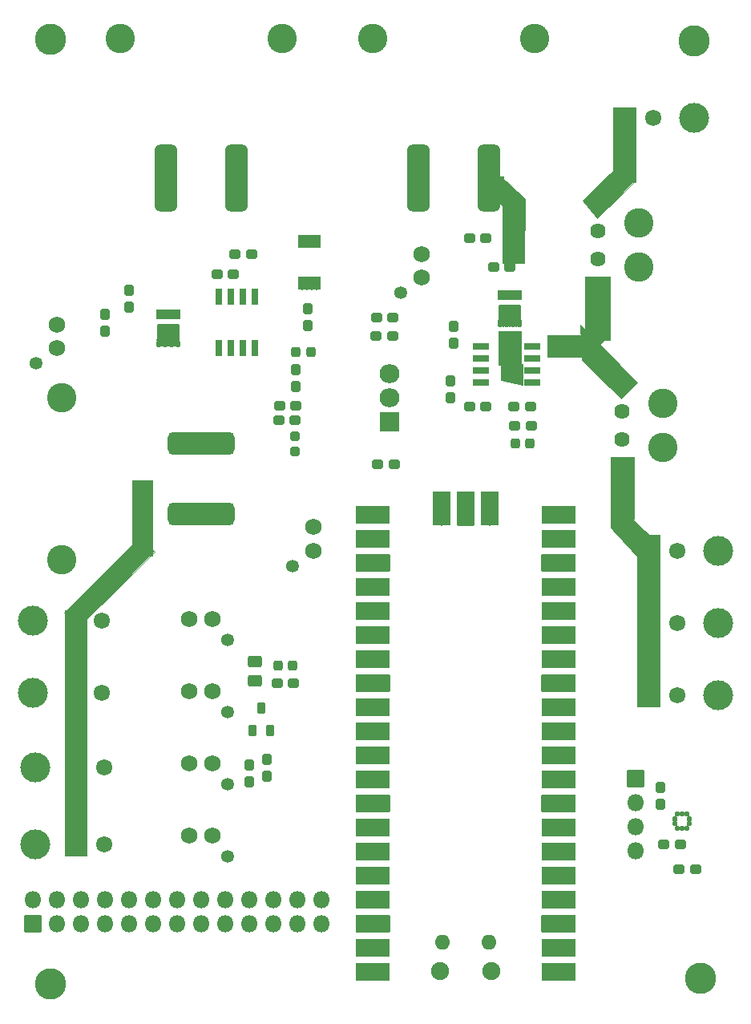
<source format=gts>
G04 #@! TF.GenerationSoftware,KiCad,Pcbnew,(6.0.7)*
G04 #@! TF.CreationDate,2022-12-18T06:26:48+05:30*
G04 #@! TF.ProjectId,PowerBoard,506f7765-7242-46f6-9172-642e6b696361,rev?*
G04 #@! TF.SameCoordinates,Original*
G04 #@! TF.FileFunction,Soldermask,Top*
G04 #@! TF.FilePolarity,Negative*
%FSLAX46Y46*%
G04 Gerber Fmt 4.6, Leading zero omitted, Abs format (unit mm)*
G04 Created by KiCad (PCBNEW (6.0.7)) date 2022-12-18 06:26:48*
%MOMM*%
%LPD*%
G01*
G04 APERTURE LIST*
G04 Aperture macros list*
%AMRoundRect*
0 Rectangle with rounded corners*
0 $1 Rounding radius*
0 $2 $3 $4 $5 $6 $7 $8 $9 X,Y pos of 4 corners*
0 Add a 4 corners polygon primitive as box body*
4,1,4,$2,$3,$4,$5,$6,$7,$8,$9,$2,$3,0*
0 Add four circle primitives for the rounded corners*
1,1,$1+$1,$2,$3*
1,1,$1+$1,$4,$5*
1,1,$1+$1,$6,$7*
1,1,$1+$1,$8,$9*
0 Add four rect primitives between the rounded corners*
20,1,$1+$1,$2,$3,$4,$5,0*
20,1,$1+$1,$4,$5,$6,$7,0*
20,1,$1+$1,$6,$7,$8,$9,0*
20,1,$1+$1,$8,$9,$2,$3,0*%
G04 Aperture macros list end*
%ADD10C,0.100000*%
%ADD11RoundRect,0.288500X-0.237500X0.287500X-0.237500X-0.287500X0.237500X-0.287500X0.237500X0.287500X0*%
%ADD12C,3.102000*%
%ADD13RoundRect,0.638500X-2.912500X0.587500X-2.912500X-0.587500X2.912500X-0.587500X2.912500X0.587500X0*%
%ADD14C,1.722000*%
%ADD15C,3.152000*%
%ADD16RoundRect,0.051000X-0.850000X-0.850000X0.850000X-0.850000X0.850000X0.850000X-0.850000X0.850000X0*%
%ADD17O,1.802000X1.802000*%
%ADD18C,1.352000*%
%ADD19C,1.752000*%
%ADD20RoundRect,0.288500X0.287500X0.237500X-0.287500X0.237500X-0.287500X-0.237500X0.287500X-0.237500X0*%
%ADD21RoundRect,0.051000X1.000000X-0.952500X1.000000X0.952500X-1.000000X0.952500X-1.000000X-0.952500X0*%
%ADD22O,2.102000X2.007000*%
%ADD23RoundRect,0.051000X0.850000X-0.850000X0.850000X0.850000X-0.850000X0.850000X-0.850000X-0.850000X0*%
%ADD24RoundRect,0.288500X-0.287500X-0.237500X0.287500X-0.237500X0.287500X0.237500X-0.287500X0.237500X0*%
%ADD25RoundRect,0.288500X0.237500X-0.287500X0.237500X0.287500X-0.237500X0.287500X-0.237500X-0.287500X0*%
%ADD26C,3.101999*%
%ADD27RoundRect,0.051000X0.760000X-0.760000X0.760000X0.760000X-0.760000X0.760000X-0.760000X-0.760000X0*%
%ADD28C,1.622000*%
%ADD29RoundRect,0.051000X0.350000X0.500000X-0.350000X0.500000X-0.350000X-0.500000X0.350000X-0.500000X0*%
%ADD30RoundRect,0.269750X0.256250X-0.218750X0.256250X0.218750X-0.256250X0.218750X-0.256250X-0.218750X0*%
%ADD31RoundRect,0.269750X-0.218750X-0.256250X0.218750X-0.256250X0.218750X0.256250X-0.218750X0.256250X0*%
%ADD32C,3.302000*%
%ADD33RoundRect,0.051000X0.300000X-0.775000X0.300000X0.775000X-0.300000X0.775000X-0.300000X-0.775000X0*%
%ADD34RoundRect,0.051000X0.775000X0.300000X-0.775000X0.300000X-0.775000X-0.300000X0.775000X-0.300000X0*%
%ADD35RoundRect,0.051000X-0.202500X-0.495000X0.202500X-0.495000X0.202500X0.495000X-0.202500X0.495000X0*%
%ADD36RoundRect,0.051000X-0.202500X-0.255000X0.202500X-0.255000X0.202500X0.255000X-0.202500X0.255000X0*%
%ADD37RoundRect,0.051000X-1.117500X0.862500X-1.117500X-0.862500X1.117500X-0.862500X1.117500X0.862500X0*%
%ADD38RoundRect,0.051000X-0.038500X-0.125000X0.038500X-0.125000X0.038500X0.125000X-0.038500X0.125000X0*%
%ADD39O,1.902000X1.902000*%
%ADD40O,1.602000X1.602000*%
%ADD41RoundRect,0.051000X1.750000X0.850000X-1.750000X0.850000X-1.750000X-0.850000X1.750000X-0.850000X0*%
%ADD42RoundRect,0.051000X0.850000X0.850000X-0.850000X0.850000X-0.850000X-0.850000X0.850000X-0.850000X0*%
%ADD43RoundRect,0.051000X-0.850000X1.750000X-0.850000X-1.750000X0.850000X-1.750000X0.850000X1.750000X0*%
%ADD44RoundRect,0.051000X-0.175000X-0.190000X0.175000X-0.190000X0.175000X0.190000X-0.175000X0.190000X0*%
%ADD45RoundRect,0.051000X-0.139700X0.666750X-0.139700X-0.666750X0.139700X-0.666750X0.139700X0.666750X0*%
%ADD46RoundRect,0.638500X0.587500X2.912500X-0.587500X2.912500X-0.587500X-2.912500X0.587500X-2.912500X0*%
%ADD47RoundRect,0.301000X0.450000X-0.325000X0.450000X0.325000X-0.450000X0.325000X-0.450000X-0.325000X0*%
%ADD48RoundRect,0.269750X0.218750X0.256250X-0.218750X0.256250X-0.218750X-0.256250X0.218750X-0.256250X0*%
G04 APERTURE END LIST*
D10*
G36*
X91590000Y-105470000D02*
G01*
X83590000Y-113470000D01*
X82065000Y-111945000D01*
X90065000Y-103945000D01*
X91590000Y-105470000D01*
G37*
X91590000Y-105470000D02*
X83590000Y-113470000D01*
X82065000Y-111945000D01*
X90065000Y-103945000D01*
X91590000Y-105470000D01*
G36*
X139680000Y-83150000D02*
G01*
X137100000Y-83150000D01*
X137100000Y-76470000D01*
X139680000Y-76470000D01*
X139680000Y-83150000D01*
G37*
X139680000Y-83150000D02*
X137100000Y-83150000D01*
X137100000Y-76470000D01*
X139680000Y-76470000D01*
X139680000Y-83150000D01*
G36*
X142430000Y-66440000D02*
G01*
X140070000Y-66440000D01*
X140070000Y-58550000D01*
X142430000Y-58550000D01*
X142430000Y-66440000D01*
G37*
X142430000Y-66440000D02*
X140070000Y-66440000D01*
X140070000Y-58550000D01*
X142430000Y-58550000D01*
X142430000Y-66440000D01*
G36*
X144427952Y-104311931D02*
G01*
X142692032Y-106035972D01*
X139770000Y-102950000D01*
X139785920Y-99925959D01*
X144427952Y-104311931D01*
G37*
X144427952Y-104311931D02*
X142692032Y-106035972D01*
X139770000Y-102950000D01*
X139785920Y-99925959D01*
X144427952Y-104311931D01*
G36*
X144960000Y-121810000D02*
G01*
X142620000Y-121810000D01*
X142620000Y-103740000D01*
X144960000Y-103740000D01*
X144960000Y-121810000D01*
G37*
X144960000Y-121810000D02*
X142620000Y-121810000D01*
X142620000Y-103740000D01*
X144960000Y-103740000D01*
X144960000Y-121810000D01*
G36*
X130700000Y-68190000D02*
G01*
X130670000Y-75020000D01*
X128360000Y-75020000D01*
X128360000Y-66050000D01*
X130700000Y-68190000D01*
G37*
X130700000Y-68190000D02*
X130670000Y-75020000D01*
X128360000Y-75020000D01*
X128360000Y-66050000D01*
X130700000Y-68190000D01*
G36*
X91390000Y-105920000D02*
G01*
X89250000Y-105920000D01*
X89250000Y-97940000D01*
X91390000Y-97940000D01*
X91390000Y-105920000D01*
G37*
X91390000Y-105920000D02*
X89250000Y-105920000D01*
X89250000Y-97940000D01*
X91390000Y-97940000D01*
X91390000Y-105920000D01*
G36*
X142340000Y-66330000D02*
G01*
X138356483Y-70295307D01*
X136826483Y-68395307D01*
X138970000Y-66280000D01*
X140590000Y-64810000D01*
X142340000Y-66330000D01*
G37*
X142340000Y-66330000D02*
X138356483Y-70295307D01*
X136826483Y-68395307D01*
X138970000Y-66280000D01*
X140590000Y-64810000D01*
X142340000Y-66330000D01*
G36*
X128420000Y-69000000D02*
G01*
X128390000Y-69000000D01*
X127890000Y-68500000D01*
X127890000Y-65840000D01*
X128420000Y-65840000D01*
X128420000Y-69000000D01*
G37*
X128420000Y-69000000D02*
X128390000Y-69000000D01*
X127890000Y-68500000D01*
X127890000Y-65840000D01*
X128420000Y-65840000D01*
X128420000Y-69000000D01*
G36*
X84450000Y-137560000D02*
G01*
X82130000Y-137560000D01*
X82130000Y-111670000D01*
X84450000Y-111670000D01*
X84450000Y-137560000D01*
G37*
X84450000Y-137560000D02*
X82130000Y-137560000D01*
X82130000Y-111670000D01*
X84450000Y-111670000D01*
X84450000Y-137560000D01*
G36*
X136700000Y-84930000D02*
G01*
X133120000Y-84930000D01*
X133120000Y-82620000D01*
X136700000Y-82620000D01*
X136700000Y-84930000D01*
G37*
X136700000Y-84930000D02*
X133120000Y-84930000D01*
X133120000Y-82620000D01*
X136700000Y-82620000D01*
X136700000Y-84930000D01*
G36*
X138300000Y-83940000D02*
G01*
X138390000Y-82880000D01*
X139360000Y-82880000D01*
X138300000Y-83940000D01*
G37*
X138300000Y-83940000D02*
X138390000Y-82880000D01*
X139360000Y-82880000D01*
X138300000Y-83940000D01*
G36*
X130500000Y-87850000D02*
G01*
X128230000Y-87330000D01*
X128210000Y-85630000D01*
X130500000Y-85630000D01*
X130500000Y-87850000D01*
G37*
X130500000Y-87850000D02*
X128230000Y-87330000D01*
X128210000Y-85630000D01*
X130500000Y-85630000D01*
X130500000Y-87850000D01*
G36*
X142280000Y-102000000D02*
G01*
X140490000Y-102000000D01*
X139930000Y-102560000D01*
X139810000Y-102560000D01*
X139810000Y-95500000D01*
X142280000Y-95500000D01*
X142280000Y-102000000D01*
G37*
X142280000Y-102000000D02*
X140490000Y-102000000D01*
X139930000Y-102560000D01*
X139810000Y-102560000D01*
X139810000Y-95500000D01*
X142280000Y-95500000D01*
X142280000Y-102000000D01*
G36*
X130350000Y-85730000D02*
G01*
X127960000Y-85730000D01*
X127960000Y-82180000D01*
X130350000Y-82180000D01*
X130350000Y-85730000D01*
G37*
X130350000Y-85730000D02*
X127960000Y-85730000D01*
X127960000Y-82180000D01*
X130350000Y-82180000D01*
X130350000Y-85730000D01*
G36*
X142560000Y-87590000D02*
G01*
X140870000Y-89280000D01*
X136730000Y-85200000D01*
X136580000Y-81540000D01*
X142560000Y-87590000D01*
G37*
X142560000Y-87590000D02*
X140870000Y-89280000D01*
X136730000Y-85200000D01*
X136580000Y-81540000D01*
X142560000Y-87590000D01*
G36*
X91590000Y-105470000D02*
G01*
X83590000Y-113470000D01*
X82065000Y-111945000D01*
X90065000Y-103945000D01*
X91590000Y-105470000D01*
G37*
X91590000Y-105470000D02*
X83590000Y-113470000D01*
X82065000Y-111945000D01*
X90065000Y-103945000D01*
X91590000Y-105470000D01*
G36*
X139680000Y-83150000D02*
G01*
X137100000Y-83150000D01*
X137100000Y-76470000D01*
X139680000Y-76470000D01*
X139680000Y-83150000D01*
G37*
X139680000Y-83150000D02*
X137100000Y-83150000D01*
X137100000Y-76470000D01*
X139680000Y-76470000D01*
X139680000Y-83150000D01*
G36*
X142430000Y-66440000D02*
G01*
X140070000Y-66440000D01*
X140070000Y-58550000D01*
X142430000Y-58550000D01*
X142430000Y-66440000D01*
G37*
X142430000Y-66440000D02*
X140070000Y-66440000D01*
X140070000Y-58550000D01*
X142430000Y-58550000D01*
X142430000Y-66440000D01*
G36*
X144427952Y-104311931D02*
G01*
X142692032Y-106035972D01*
X139770000Y-102950000D01*
X139785920Y-99925959D01*
X144427952Y-104311931D01*
G37*
X144427952Y-104311931D02*
X142692032Y-106035972D01*
X139770000Y-102950000D01*
X139785920Y-99925959D01*
X144427952Y-104311931D01*
G36*
X144960000Y-121810000D02*
G01*
X142620000Y-121810000D01*
X142620000Y-103740000D01*
X144960000Y-103740000D01*
X144960000Y-121810000D01*
G37*
X144960000Y-121810000D02*
X142620000Y-121810000D01*
X142620000Y-103740000D01*
X144960000Y-103740000D01*
X144960000Y-121810000D01*
G36*
X130700000Y-68190000D02*
G01*
X130670000Y-75020000D01*
X128360000Y-75020000D01*
X128360000Y-66050000D01*
X130700000Y-68190000D01*
G37*
X130700000Y-68190000D02*
X130670000Y-75020000D01*
X128360000Y-75020000D01*
X128360000Y-66050000D01*
X130700000Y-68190000D01*
G36*
X91390000Y-105920000D02*
G01*
X89250000Y-105920000D01*
X89250000Y-97940000D01*
X91390000Y-97940000D01*
X91390000Y-105920000D01*
G37*
X91390000Y-105920000D02*
X89250000Y-105920000D01*
X89250000Y-97940000D01*
X91390000Y-97940000D01*
X91390000Y-105920000D01*
G36*
X142340000Y-66330000D02*
G01*
X138356483Y-70295307D01*
X136826483Y-68395307D01*
X138970000Y-66280000D01*
X140590000Y-64810000D01*
X142340000Y-66330000D01*
G37*
X142340000Y-66330000D02*
X138356483Y-70295307D01*
X136826483Y-68395307D01*
X138970000Y-66280000D01*
X140590000Y-64810000D01*
X142340000Y-66330000D01*
G36*
X128420000Y-69000000D02*
G01*
X128390000Y-69000000D01*
X127890000Y-68500000D01*
X127890000Y-65840000D01*
X128420000Y-65840000D01*
X128420000Y-69000000D01*
G37*
X128420000Y-69000000D02*
X128390000Y-69000000D01*
X127890000Y-68500000D01*
X127890000Y-65840000D01*
X128420000Y-65840000D01*
X128420000Y-69000000D01*
G36*
X84450000Y-137560000D02*
G01*
X82130000Y-137560000D01*
X82130000Y-111670000D01*
X84450000Y-111670000D01*
X84450000Y-137560000D01*
G37*
X84450000Y-137560000D02*
X82130000Y-137560000D01*
X82130000Y-111670000D01*
X84450000Y-111670000D01*
X84450000Y-137560000D01*
G36*
X136700000Y-84930000D02*
G01*
X133120000Y-84930000D01*
X133120000Y-82620000D01*
X136700000Y-82620000D01*
X136700000Y-84930000D01*
G37*
X136700000Y-84930000D02*
X133120000Y-84930000D01*
X133120000Y-82620000D01*
X136700000Y-82620000D01*
X136700000Y-84930000D01*
G36*
X138300000Y-83940000D02*
G01*
X138390000Y-82880000D01*
X139360000Y-82880000D01*
X138300000Y-83940000D01*
G37*
X138300000Y-83940000D02*
X138390000Y-82880000D01*
X139360000Y-82880000D01*
X138300000Y-83940000D01*
G36*
X130500000Y-87850000D02*
G01*
X128230000Y-87330000D01*
X128210000Y-85630000D01*
X130500000Y-85630000D01*
X130500000Y-87850000D01*
G37*
X130500000Y-87850000D02*
X128230000Y-87330000D01*
X128210000Y-85630000D01*
X130500000Y-85630000D01*
X130500000Y-87850000D01*
G36*
X142280000Y-102000000D02*
G01*
X140490000Y-102000000D01*
X139930000Y-102560000D01*
X139810000Y-102560000D01*
X139810000Y-95500000D01*
X142280000Y-95500000D01*
X142280000Y-102000000D01*
G37*
X142280000Y-102000000D02*
X140490000Y-102000000D01*
X139930000Y-102560000D01*
X139810000Y-102560000D01*
X139810000Y-95500000D01*
X142280000Y-95500000D01*
X142280000Y-102000000D01*
G36*
X130350000Y-85730000D02*
G01*
X127960000Y-85730000D01*
X127960000Y-82180000D01*
X130350000Y-82180000D01*
X130350000Y-85730000D01*
G37*
X130350000Y-85730000D02*
X127960000Y-85730000D01*
X127960000Y-82180000D01*
X130350000Y-82180000D01*
X130350000Y-85730000D01*
G36*
X142560000Y-87590000D02*
G01*
X140870000Y-89280000D01*
X136730000Y-85200000D01*
X136580000Y-81540000D01*
X142560000Y-87590000D01*
G37*
X142560000Y-87590000D02*
X140870000Y-89280000D01*
X136730000Y-85200000D01*
X136580000Y-81540000D01*
X142560000Y-87590000D01*
D11*
X86360000Y-80405000D03*
X86360000Y-82155000D03*
D12*
X81805000Y-89245000D03*
X81805000Y-106335000D03*
D13*
X96520000Y-94050000D03*
X96520000Y-101530000D03*
D14*
X146810000Y-105410000D03*
X143810000Y-105410000D03*
D15*
X151130000Y-105410000D03*
D16*
X142448606Y-129458684D03*
D17*
X142448606Y-131998684D03*
X142448606Y-134538684D03*
X142448606Y-137078684D03*
D14*
X146810000Y-120650000D03*
X143810000Y-120650000D03*
D15*
X151130000Y-120650000D03*
D18*
X117595080Y-78135920D03*
D19*
X119795080Y-76535920D03*
X119795080Y-74035920D03*
D18*
X79070900Y-85590820D03*
D19*
X81270900Y-83990820D03*
X81270900Y-81490820D03*
D14*
X83060000Y-112776000D03*
X86060000Y-112776000D03*
D15*
X78740000Y-112776000D03*
D14*
X83060000Y-120396000D03*
X86060000Y-120396000D03*
D15*
X78740000Y-120396000D03*
D14*
X83302924Y-128270000D03*
X86302924Y-128270000D03*
D15*
X78982924Y-128270000D03*
D14*
X83302924Y-136398000D03*
X86302924Y-136398000D03*
D15*
X78982924Y-136398000D03*
D20*
X126605000Y-72390000D03*
X124855000Y-72390000D03*
D21*
X116428520Y-91800680D03*
D22*
X116428520Y-89260680D03*
X116428520Y-86720680D03*
D23*
X78740000Y-144780000D03*
D17*
X78740000Y-142240000D03*
X81280000Y-144780000D03*
X81280000Y-142240000D03*
X83820000Y-144780000D03*
X83820000Y-142240000D03*
X86360000Y-144780000D03*
X86360000Y-142240000D03*
X88900000Y-144780000D03*
X88900000Y-142240000D03*
X91440000Y-144780000D03*
X91440000Y-142240000D03*
X93980000Y-144780000D03*
X93980000Y-142240000D03*
X96520000Y-144780000D03*
X96520000Y-142240000D03*
X99060000Y-144780000D03*
X99060000Y-142240000D03*
X101600000Y-144780000D03*
X101600000Y-142240000D03*
X104140000Y-144780000D03*
X104140000Y-142240000D03*
X106680000Y-144780000D03*
X106680000Y-142240000D03*
X109220000Y-144780000D03*
X109220000Y-142240000D03*
D24*
X104535000Y-119380000D03*
X106285000Y-119380000D03*
D25*
X145064806Y-132139624D03*
X145064806Y-130389624D03*
D18*
X106160000Y-106970000D03*
D19*
X108360000Y-105370000D03*
X108360000Y-102870000D03*
D18*
X99350000Y-114820000D03*
D19*
X97750000Y-112620000D03*
X95250000Y-112620000D03*
D18*
X99350000Y-122440000D03*
D19*
X97750000Y-120240000D03*
X95250000Y-120240000D03*
D25*
X103505000Y-129145000D03*
X103505000Y-127395000D03*
D14*
X146810000Y-113030000D03*
X143810000Y-113030000D03*
D15*
X151130000Y-113030000D03*
D26*
X145289999Y-94479999D03*
X145289999Y-89780008D03*
D27*
X140970000Y-87630000D03*
D28*
X140970000Y-90629999D03*
X140970000Y-93629998D03*
X140970000Y-96629997D03*
D14*
X144270000Y-59690000D03*
X141270000Y-59690000D03*
D15*
X148590000Y-59690000D03*
D24*
X124855000Y-90170000D03*
X126605000Y-90170000D03*
D25*
X123190000Y-83425000D03*
X123190000Y-81675000D03*
D29*
X101920000Y-124390000D03*
X103820000Y-124390000D03*
X102870000Y-121990000D03*
D30*
X106464100Y-94871640D03*
X106464100Y-93296640D03*
D31*
X106550360Y-84411820D03*
X108125360Y-84411820D03*
D32*
X149283420Y-150540720D03*
X80647540Y-51396900D03*
X80639920Y-151117300D03*
X148559520Y-51513740D03*
D33*
X98425000Y-83980000D03*
X99695000Y-83980000D03*
X100965000Y-83980000D03*
X102235000Y-83980000D03*
X102235000Y-78580000D03*
X100965000Y-78580000D03*
X99695000Y-78580000D03*
X98425000Y-78580000D03*
D34*
X131488160Y-87642700D03*
X131488160Y-86372700D03*
X131488160Y-85102700D03*
X131488160Y-83832700D03*
X126088160Y-83832700D03*
X126088160Y-85102700D03*
X126088160Y-86372700D03*
X126088160Y-87642700D03*
D35*
X130120520Y-78343240D03*
X129460520Y-78343240D03*
X128800520Y-78343240D03*
X128140520Y-78343240D03*
D36*
X128140520Y-81453240D03*
X128800520Y-81453240D03*
X129460520Y-81453240D03*
X130120520Y-81453240D03*
D37*
X129130520Y-80336240D03*
D38*
X127972520Y-81073240D03*
X130284520Y-81073240D03*
D35*
X94032000Y-80404000D03*
X93372000Y-80404000D03*
X92712000Y-80404000D03*
X92052000Y-80404000D03*
D36*
X92052000Y-83514000D03*
X92712000Y-83514000D03*
X93372000Y-83514000D03*
X94032000Y-83514000D03*
D37*
X93042000Y-82397000D03*
D38*
X91884000Y-83134000D03*
X94196000Y-83134000D03*
D39*
X121735000Y-149730000D03*
D40*
X126885000Y-146700000D03*
D39*
X127185000Y-149730000D03*
D40*
X122035000Y-146700000D03*
D41*
X134250000Y-149860000D03*
D17*
X133350000Y-149860000D03*
X133350000Y-147320000D03*
D41*
X134250000Y-147320000D03*
D42*
X133350000Y-144780000D03*
D41*
X134250000Y-144780000D03*
X134250000Y-142240000D03*
D17*
X133350000Y-142240000D03*
D41*
X134250000Y-139700000D03*
D17*
X133350000Y-139700000D03*
D41*
X134250000Y-137160000D03*
D17*
X133350000Y-137160000D03*
D41*
X134250000Y-134620000D03*
D17*
X133350000Y-134620000D03*
D41*
X134250000Y-132080000D03*
D42*
X133350000Y-132080000D03*
D41*
X134250000Y-129540000D03*
D17*
X133350000Y-129540000D03*
D41*
X134250000Y-127000000D03*
D17*
X133350000Y-127000000D03*
X133350000Y-124460000D03*
D41*
X134250000Y-124460000D03*
D17*
X133350000Y-121920000D03*
D41*
X134250000Y-121920000D03*
D42*
X133350000Y-119380000D03*
D41*
X134250000Y-119380000D03*
X134250000Y-116840000D03*
D17*
X133350000Y-116840000D03*
X133350000Y-114300000D03*
D41*
X134250000Y-114300000D03*
X134250000Y-111760000D03*
D17*
X133350000Y-111760000D03*
X133350000Y-109220000D03*
D41*
X134250000Y-109220000D03*
D42*
X133350000Y-106680000D03*
D41*
X134250000Y-106680000D03*
D17*
X133350000Y-104140000D03*
D41*
X134250000Y-104140000D03*
X134250000Y-101600000D03*
D17*
X133350000Y-101600000D03*
D41*
X114670000Y-101600000D03*
D17*
X115570000Y-101600000D03*
D41*
X114670000Y-104140000D03*
D17*
X115570000Y-104140000D03*
D41*
X114670000Y-106680000D03*
D42*
X115570000Y-106680000D03*
D17*
X115570000Y-109220000D03*
D41*
X114670000Y-109220000D03*
D17*
X115570000Y-111760000D03*
D41*
X114670000Y-111760000D03*
X114670000Y-114300000D03*
D17*
X115570000Y-114300000D03*
X115570000Y-116840000D03*
D41*
X114670000Y-116840000D03*
X114670000Y-119380000D03*
D42*
X115570000Y-119380000D03*
D41*
X114670000Y-121920000D03*
D17*
X115570000Y-121920000D03*
D41*
X114670000Y-124460000D03*
D17*
X115570000Y-124460000D03*
X115570000Y-127000000D03*
D41*
X114670000Y-127000000D03*
D17*
X115570000Y-129540000D03*
D41*
X114670000Y-129540000D03*
X114670000Y-132080000D03*
D42*
X115570000Y-132080000D03*
D17*
X115570000Y-134620000D03*
D41*
X114670000Y-134620000D03*
X114670000Y-137160000D03*
D17*
X115570000Y-137160000D03*
D41*
X114670000Y-139700000D03*
D17*
X115570000Y-139700000D03*
X115570000Y-142240000D03*
D41*
X114670000Y-142240000D03*
X114670000Y-144780000D03*
D42*
X115570000Y-144780000D03*
D41*
X114670000Y-147320000D03*
D17*
X115570000Y-147320000D03*
D41*
X114670000Y-149860000D03*
D17*
X115570000Y-149860000D03*
D43*
X127000000Y-100930000D03*
D17*
X127000000Y-101830000D03*
D43*
X124460000Y-100930000D03*
D42*
X124460000Y-101830000D03*
D43*
X121920000Y-100930000D03*
D17*
X121920000Y-101830000D03*
D44*
X146560406Y-133638444D03*
X146560406Y-134138444D03*
X146825406Y-134653444D03*
X147325406Y-134653444D03*
X147825406Y-134653444D03*
X148090406Y-134138444D03*
X148090406Y-133638444D03*
X147825406Y-133123444D03*
X147325406Y-133123444D03*
X146825406Y-133123444D03*
D45*
X108950001Y-72713850D03*
X108449999Y-72713850D03*
X107950000Y-72713850D03*
X107450001Y-72713850D03*
X106949999Y-72713850D03*
X106949999Y-77146150D03*
X107450001Y-77146150D03*
X107950000Y-77146150D03*
X108449999Y-77146150D03*
X108950001Y-77146150D03*
D26*
X142749999Y-70730008D03*
X142749999Y-75429999D03*
D27*
X138430000Y-68580000D03*
D28*
X138430000Y-71579999D03*
X138430000Y-74579998D03*
X138430000Y-77579997D03*
D18*
X99350000Y-137680000D03*
D19*
X97750000Y-135480000D03*
X95250000Y-135480000D03*
D18*
X99350000Y-130060000D03*
D19*
X97750000Y-127860000D03*
X95250000Y-127860000D03*
D12*
X87975000Y-51325000D03*
X105065000Y-51325000D03*
D46*
X100260000Y-66040000D03*
X92780000Y-66040000D03*
D12*
X131735000Y-51325000D03*
X114645000Y-51325000D03*
D46*
X126930000Y-66040000D03*
X119450000Y-66040000D03*
D47*
X102235000Y-119135000D03*
X102235000Y-117085000D03*
D11*
X106545380Y-86254620D03*
X106545380Y-88004620D03*
D20*
X129145000Y-75417680D03*
X127395000Y-75417680D03*
D25*
X101600000Y-129780000D03*
X101600000Y-128030000D03*
D20*
X131290000Y-90170000D03*
X129540000Y-90170000D03*
D24*
X145388686Y-136339544D03*
X147138686Y-136339544D03*
X104791540Y-90043000D03*
X106541540Y-90043000D03*
D25*
X107810300Y-81606360D03*
X107810300Y-79856360D03*
D20*
X106466580Y-91612720D03*
X104716580Y-91612720D03*
D24*
X129663220Y-92217240D03*
X131413220Y-92217240D03*
D11*
X88900000Y-77865000D03*
X88900000Y-79615000D03*
D48*
X106197500Y-117475000D03*
X104622500Y-117475000D03*
X131262220Y-94043500D03*
X129687220Y-94043500D03*
D11*
X122864880Y-87461120D03*
X122864880Y-89211120D03*
D20*
X116767580Y-82671920D03*
X115017580Y-82671920D03*
X116798060Y-80711040D03*
X115048060Y-80711040D03*
X116930140Y-96278700D03*
X115180140Y-96278700D03*
X148746506Y-138965904D03*
X146996506Y-138965904D03*
X101837460Y-74081640D03*
X100087460Y-74081640D03*
D24*
X98185000Y-76200000D03*
X99935000Y-76200000D03*
G36*
X147541934Y-134421113D02*
G01*
X147543075Y-134419813D01*
X147544315Y-134419798D01*
X147573197Y-134428841D01*
X147606392Y-134419094D01*
X147608335Y-134419566D01*
X147608917Y-134420623D01*
X147609010Y-134421088D01*
X147625279Y-134417852D01*
X147627173Y-134418495D01*
X147627563Y-134420457D01*
X147626780Y-134421477D01*
X147615786Y-134428824D01*
X147605173Y-134444706D01*
X147601406Y-134463643D01*
X147601406Y-134843245D01*
X147605173Y-134862182D01*
X147615786Y-134878064D01*
X147626782Y-134885412D01*
X147627667Y-134887206D01*
X147626556Y-134888869D01*
X147625281Y-134889037D01*
X147608878Y-134885775D01*
X147607737Y-134887075D01*
X147606497Y-134887090D01*
X147577615Y-134878047D01*
X147544420Y-134887794D01*
X147542477Y-134887322D01*
X147541895Y-134886265D01*
X147541802Y-134885800D01*
X147525533Y-134889036D01*
X147523639Y-134888393D01*
X147523249Y-134886431D01*
X147524032Y-134885411D01*
X147535026Y-134878064D01*
X147545639Y-134862182D01*
X147549406Y-134843245D01*
X147549406Y-134463643D01*
X147545639Y-134444706D01*
X147535026Y-134428824D01*
X147524030Y-134421476D01*
X147523145Y-134419682D01*
X147524256Y-134418019D01*
X147525531Y-134417851D01*
X147541934Y-134421113D01*
G37*
G36*
X147041934Y-134421113D02*
G01*
X147043075Y-134419813D01*
X147044315Y-134419798D01*
X147073197Y-134428841D01*
X147106392Y-134419094D01*
X147108335Y-134419566D01*
X147108917Y-134420623D01*
X147109010Y-134421088D01*
X147125279Y-134417852D01*
X147127173Y-134418495D01*
X147127563Y-134420457D01*
X147126780Y-134421477D01*
X147115786Y-134428824D01*
X147105173Y-134444706D01*
X147101406Y-134463643D01*
X147101406Y-134843245D01*
X147105173Y-134862182D01*
X147115786Y-134878064D01*
X147126782Y-134885412D01*
X147127667Y-134887206D01*
X147126556Y-134888869D01*
X147125281Y-134889037D01*
X147108878Y-134885775D01*
X147107737Y-134887075D01*
X147106497Y-134887090D01*
X147077615Y-134878047D01*
X147044420Y-134887794D01*
X147042477Y-134887322D01*
X147041895Y-134886265D01*
X147041802Y-134885800D01*
X147025533Y-134889036D01*
X147023639Y-134888393D01*
X147023249Y-134886431D01*
X147024032Y-134885411D01*
X147035026Y-134878064D01*
X147045639Y-134862182D01*
X147049406Y-134843245D01*
X147049406Y-134463643D01*
X147045639Y-134444706D01*
X147035026Y-134428824D01*
X147024030Y-134421476D01*
X147023145Y-134419682D01*
X147024256Y-134418019D01*
X147025531Y-134417851D01*
X147041934Y-134421113D01*
G37*
G36*
X147865751Y-134285971D02*
G01*
X147866406Y-134287451D01*
X147866406Y-134328245D01*
X147870173Y-134347182D01*
X147880786Y-134363064D01*
X147896668Y-134373677D01*
X147915605Y-134377444D01*
X148176401Y-134377444D01*
X148178133Y-134378444D01*
X148178133Y-134380444D01*
X148176964Y-134381363D01*
X148109952Y-134401039D01*
X148064546Y-134453442D01*
X148053360Y-134504862D01*
X148052015Y-134506342D01*
X148050061Y-134505917D01*
X148049406Y-134504437D01*
X148049406Y-134463643D01*
X148045639Y-134444706D01*
X148035026Y-134428824D01*
X148019144Y-134418211D01*
X148000207Y-134414444D01*
X147739411Y-134414444D01*
X147737679Y-134413444D01*
X147737679Y-134411444D01*
X147738848Y-134410525D01*
X147805860Y-134390849D01*
X147851266Y-134338446D01*
X147862452Y-134287026D01*
X147863797Y-134285546D01*
X147865751Y-134285971D01*
G37*
G36*
X146788325Y-134286883D02*
G01*
X146808002Y-134353897D01*
X146860405Y-134399303D01*
X146911830Y-134410490D01*
X146913310Y-134411835D01*
X146912885Y-134413789D01*
X146911405Y-134414444D01*
X146650605Y-134414444D01*
X146631668Y-134418211D01*
X146615786Y-134428824D01*
X146605173Y-134444706D01*
X146601406Y-134463643D01*
X146601406Y-134504442D01*
X146600406Y-134506174D01*
X146598406Y-134506174D01*
X146597487Y-134505005D01*
X146577810Y-134437991D01*
X146525407Y-134392585D01*
X146473982Y-134381398D01*
X146472502Y-134380053D01*
X146472927Y-134378099D01*
X146474407Y-134377444D01*
X146735207Y-134377444D01*
X146754144Y-134373677D01*
X146770026Y-134363064D01*
X146780639Y-134347182D01*
X146784406Y-134328245D01*
X146784406Y-134287446D01*
X146785406Y-134285714D01*
X146787406Y-134285714D01*
X146788325Y-134286883D01*
G37*
G36*
X148310831Y-133852296D02*
G01*
X148310999Y-133853570D01*
X148308873Y-133864256D01*
X148308872Y-133912629D01*
X148310998Y-133923317D01*
X148310355Y-133925211D01*
X148308393Y-133925601D01*
X148307373Y-133924818D01*
X148300026Y-133913824D01*
X148284144Y-133903211D01*
X148265207Y-133899444D01*
X147915605Y-133899444D01*
X147896668Y-133903211D01*
X147880786Y-133913824D01*
X147873438Y-133924819D01*
X147871644Y-133925704D01*
X147869981Y-133924592D01*
X147869813Y-133923318D01*
X147871939Y-133912632D01*
X147871940Y-133864259D01*
X147869814Y-133853571D01*
X147870457Y-133851677D01*
X147872419Y-133851287D01*
X147873439Y-133852070D01*
X147880786Y-133863064D01*
X147896668Y-133873677D01*
X147915605Y-133877444D01*
X148265207Y-133877444D01*
X148284144Y-133873677D01*
X148300026Y-133863064D01*
X148307374Y-133852069D01*
X148309168Y-133851184D01*
X148310831Y-133852296D01*
G37*
G36*
X146780831Y-133852296D02*
G01*
X146780999Y-133853570D01*
X146778873Y-133864256D01*
X146778872Y-133912629D01*
X146780998Y-133923317D01*
X146780355Y-133925211D01*
X146778393Y-133925601D01*
X146777373Y-133924818D01*
X146770026Y-133913824D01*
X146754144Y-133903211D01*
X146735207Y-133899444D01*
X146385605Y-133899444D01*
X146366668Y-133903211D01*
X146350786Y-133913824D01*
X146343438Y-133924819D01*
X146341644Y-133925704D01*
X146339981Y-133924592D01*
X146339813Y-133923318D01*
X146341939Y-133912632D01*
X146341940Y-133864259D01*
X146339814Y-133853571D01*
X146340457Y-133851677D01*
X146342419Y-133851287D01*
X146343439Y-133852070D01*
X146350786Y-133863064D01*
X146366668Y-133873677D01*
X146385605Y-133877444D01*
X146735207Y-133877444D01*
X146754144Y-133873677D01*
X146770026Y-133863064D01*
X146777374Y-133852069D01*
X146779168Y-133851184D01*
X146780831Y-133852296D01*
G37*
G36*
X146600751Y-133270971D02*
G01*
X146601406Y-133272451D01*
X146601406Y-133313245D01*
X146605173Y-133332182D01*
X146615786Y-133348064D01*
X146631668Y-133358677D01*
X146650605Y-133362444D01*
X146911401Y-133362444D01*
X146913133Y-133363444D01*
X146913133Y-133365444D01*
X146911964Y-133366363D01*
X146844952Y-133386039D01*
X146799546Y-133438442D01*
X146788360Y-133489862D01*
X146787015Y-133491342D01*
X146785061Y-133490917D01*
X146784406Y-133489437D01*
X146784406Y-133448643D01*
X146780639Y-133429706D01*
X146770026Y-133413824D01*
X146754144Y-133403211D01*
X146735207Y-133399444D01*
X146474411Y-133399444D01*
X146472679Y-133398444D01*
X146472679Y-133396444D01*
X146473848Y-133395525D01*
X146540860Y-133375849D01*
X146586266Y-133323446D01*
X146597452Y-133272026D01*
X146598797Y-133270546D01*
X146600751Y-133270971D01*
G37*
G36*
X148053325Y-133271883D02*
G01*
X148073002Y-133338897D01*
X148125405Y-133384303D01*
X148176830Y-133395490D01*
X148178310Y-133396835D01*
X148177885Y-133398789D01*
X148176405Y-133399444D01*
X147915605Y-133399444D01*
X147896668Y-133403211D01*
X147880786Y-133413824D01*
X147870173Y-133429706D01*
X147866406Y-133448643D01*
X147866406Y-133489442D01*
X147865406Y-133491174D01*
X147863406Y-133491174D01*
X147862487Y-133490005D01*
X147842810Y-133422991D01*
X147790407Y-133377585D01*
X147738982Y-133366398D01*
X147737502Y-133365053D01*
X147737927Y-133363099D01*
X147739407Y-133362444D01*
X148000207Y-133362444D01*
X148019144Y-133358677D01*
X148035026Y-133348064D01*
X148045639Y-133332182D01*
X148049406Y-133313245D01*
X148049406Y-133272446D01*
X148050406Y-133270714D01*
X148052406Y-133270714D01*
X148053325Y-133271883D01*
G37*
G36*
X147041934Y-132891113D02*
G01*
X147043075Y-132889813D01*
X147044315Y-132889798D01*
X147073197Y-132898841D01*
X147106392Y-132889094D01*
X147108335Y-132889566D01*
X147108917Y-132890623D01*
X147109010Y-132891088D01*
X147125279Y-132887852D01*
X147127173Y-132888495D01*
X147127563Y-132890457D01*
X147126780Y-132891477D01*
X147115786Y-132898824D01*
X147105173Y-132914706D01*
X147101406Y-132933643D01*
X147101406Y-133313245D01*
X147105173Y-133332182D01*
X147115786Y-133348064D01*
X147126782Y-133355412D01*
X147127667Y-133357206D01*
X147126556Y-133358869D01*
X147125281Y-133359037D01*
X147108878Y-133355775D01*
X147107737Y-133357075D01*
X147106497Y-133357090D01*
X147077615Y-133348047D01*
X147044420Y-133357794D01*
X147042477Y-133357322D01*
X147041895Y-133356265D01*
X147041802Y-133355800D01*
X147025533Y-133359036D01*
X147023639Y-133358393D01*
X147023249Y-133356431D01*
X147024032Y-133355411D01*
X147035026Y-133348064D01*
X147045639Y-133332182D01*
X147049406Y-133313245D01*
X147049406Y-132933643D01*
X147045639Y-132914706D01*
X147035026Y-132898824D01*
X147024030Y-132891476D01*
X147023145Y-132889682D01*
X147024256Y-132888019D01*
X147025531Y-132887851D01*
X147041934Y-132891113D01*
G37*
G36*
X147541934Y-132891113D02*
G01*
X147543075Y-132889813D01*
X147544315Y-132889798D01*
X147573197Y-132898841D01*
X147606392Y-132889094D01*
X147608335Y-132889566D01*
X147608917Y-132890623D01*
X147609010Y-132891088D01*
X147625279Y-132887852D01*
X147627173Y-132888495D01*
X147627563Y-132890457D01*
X147626780Y-132891477D01*
X147615786Y-132898824D01*
X147605173Y-132914706D01*
X147601406Y-132933643D01*
X147601406Y-133313245D01*
X147605173Y-133332182D01*
X147615786Y-133348064D01*
X147626782Y-133355412D01*
X147627667Y-133357206D01*
X147626556Y-133358869D01*
X147625281Y-133359037D01*
X147608878Y-133355775D01*
X147607737Y-133357075D01*
X147606497Y-133357090D01*
X147577615Y-133348047D01*
X147544420Y-133357794D01*
X147542477Y-133357322D01*
X147541895Y-133356265D01*
X147541802Y-133355800D01*
X147525533Y-133359036D01*
X147523639Y-133358393D01*
X147523249Y-133356431D01*
X147524032Y-133355411D01*
X147535026Y-133348064D01*
X147545639Y-133332182D01*
X147549406Y-133313245D01*
X147549406Y-132933643D01*
X147545639Y-132914706D01*
X147535026Y-132898824D01*
X147524030Y-132891476D01*
X147523145Y-132889682D01*
X147524256Y-132888019D01*
X147525531Y-132887851D01*
X147541934Y-132891113D01*
G37*
G36*
X92460232Y-83309500D02*
G01*
X92460500Y-83310500D01*
X92460500Y-83768801D01*
X92464267Y-83787738D01*
X92471614Y-83798733D01*
X92471745Y-83800729D01*
X92470082Y-83801840D01*
X92468840Y-83801507D01*
X92455048Y-83792291D01*
X92454594Y-83792970D01*
X92452800Y-83793855D01*
X92451648Y-83793394D01*
X92431059Y-83776186D01*
X92362344Y-83767552D01*
X92310922Y-83792151D01*
X92309344Y-83792029D01*
X92304841Y-83795038D01*
X92304593Y-83795179D01*
X92299712Y-83797514D01*
X92297932Y-83799569D01*
X92297532Y-83799923D01*
X92295161Y-83801508D01*
X92293165Y-83801639D01*
X92292053Y-83799976D01*
X92292386Y-83798734D01*
X92299733Y-83787738D01*
X92303500Y-83768801D01*
X92303500Y-83310500D01*
X92304500Y-83308768D01*
X92305500Y-83308500D01*
X92458500Y-83308500D01*
X92460232Y-83309500D01*
G37*
G36*
X93780232Y-83309500D02*
G01*
X93780500Y-83310500D01*
X93780500Y-83768801D01*
X93784267Y-83787738D01*
X93791614Y-83798733D01*
X93791745Y-83800729D01*
X93790082Y-83801840D01*
X93788840Y-83801507D01*
X93775048Y-83792291D01*
X93774594Y-83792970D01*
X93772800Y-83793855D01*
X93771648Y-83793394D01*
X93751059Y-83776186D01*
X93682344Y-83767552D01*
X93630922Y-83792151D01*
X93629344Y-83792029D01*
X93624841Y-83795038D01*
X93624593Y-83795179D01*
X93619712Y-83797514D01*
X93617932Y-83799569D01*
X93617532Y-83799923D01*
X93615161Y-83801508D01*
X93613165Y-83801639D01*
X93612053Y-83799976D01*
X93612386Y-83798734D01*
X93619733Y-83787738D01*
X93623500Y-83768801D01*
X93623500Y-83310500D01*
X93624500Y-83308768D01*
X93625500Y-83308500D01*
X93778500Y-83308500D01*
X93780232Y-83309500D01*
G37*
G36*
X93120232Y-83309500D02*
G01*
X93120500Y-83310500D01*
X93120500Y-83768801D01*
X93124267Y-83787738D01*
X93131614Y-83798733D01*
X93131745Y-83800729D01*
X93130082Y-83801840D01*
X93128840Y-83801507D01*
X93115048Y-83792291D01*
X93114594Y-83792970D01*
X93112800Y-83793855D01*
X93111648Y-83793394D01*
X93091059Y-83776186D01*
X93022344Y-83767552D01*
X92970922Y-83792151D01*
X92969344Y-83792029D01*
X92964841Y-83795038D01*
X92964593Y-83795179D01*
X92959712Y-83797514D01*
X92957932Y-83799569D01*
X92957532Y-83799923D01*
X92955161Y-83801508D01*
X92953165Y-83801639D01*
X92952053Y-83799976D01*
X92952386Y-83798734D01*
X92959733Y-83787738D01*
X92963500Y-83768801D01*
X92963500Y-83310500D01*
X92964500Y-83308768D01*
X92965500Y-83308500D01*
X93118500Y-83308500D01*
X93120232Y-83309500D01*
G37*
G36*
X129208752Y-81248740D02*
G01*
X129209020Y-81249740D01*
X129209020Y-81708041D01*
X129212787Y-81726978D01*
X129220134Y-81737973D01*
X129220265Y-81739969D01*
X129218602Y-81741080D01*
X129217360Y-81740747D01*
X129203568Y-81731531D01*
X129203114Y-81732210D01*
X129201320Y-81733095D01*
X129200168Y-81732634D01*
X129179579Y-81715426D01*
X129110864Y-81706792D01*
X129059442Y-81731391D01*
X129057864Y-81731269D01*
X129053361Y-81734278D01*
X129053113Y-81734419D01*
X129048232Y-81736754D01*
X129046452Y-81738809D01*
X129046052Y-81739163D01*
X129043681Y-81740748D01*
X129041685Y-81740879D01*
X129040573Y-81739216D01*
X129040906Y-81737974D01*
X129048253Y-81726978D01*
X129052020Y-81708041D01*
X129052020Y-81249740D01*
X129053020Y-81248008D01*
X129054020Y-81247740D01*
X129207020Y-81247740D01*
X129208752Y-81248740D01*
G37*
G36*
X129868752Y-81248740D02*
G01*
X129869020Y-81249740D01*
X129869020Y-81708041D01*
X129872787Y-81726978D01*
X129880134Y-81737973D01*
X129880265Y-81739969D01*
X129878602Y-81741080D01*
X129877360Y-81740747D01*
X129863568Y-81731531D01*
X129863114Y-81732210D01*
X129861320Y-81733095D01*
X129860168Y-81732634D01*
X129839579Y-81715426D01*
X129770864Y-81706792D01*
X129719442Y-81731391D01*
X129717864Y-81731269D01*
X129713361Y-81734278D01*
X129713113Y-81734419D01*
X129708232Y-81736754D01*
X129706452Y-81738809D01*
X129706052Y-81739163D01*
X129703681Y-81740748D01*
X129701685Y-81740879D01*
X129700573Y-81739216D01*
X129700906Y-81737974D01*
X129708253Y-81726978D01*
X129712020Y-81708041D01*
X129712020Y-81249740D01*
X129713020Y-81248008D01*
X129714020Y-81247740D01*
X129867020Y-81247740D01*
X129868752Y-81248740D01*
G37*
G36*
X128548752Y-81248740D02*
G01*
X128549020Y-81249740D01*
X128549020Y-81708041D01*
X128552787Y-81726978D01*
X128560134Y-81737973D01*
X128560265Y-81739969D01*
X128558602Y-81741080D01*
X128557360Y-81740747D01*
X128543568Y-81731531D01*
X128543114Y-81732210D01*
X128541320Y-81733095D01*
X128540168Y-81732634D01*
X128519579Y-81715426D01*
X128450864Y-81706792D01*
X128399442Y-81731391D01*
X128397864Y-81731269D01*
X128393361Y-81734278D01*
X128393113Y-81734419D01*
X128388232Y-81736754D01*
X128386452Y-81738809D01*
X128386052Y-81739163D01*
X128383681Y-81740748D01*
X128381685Y-81740879D01*
X128380573Y-81739216D01*
X128380906Y-81737974D01*
X128388253Y-81726978D01*
X128392020Y-81708041D01*
X128392020Y-81249740D01*
X128393020Y-81248008D01*
X128394020Y-81247740D01*
X128547020Y-81247740D01*
X128548752Y-81248740D01*
G37*
G36*
X93615160Y-79876493D02*
G01*
X93628952Y-79885709D01*
X93629406Y-79885030D01*
X93631200Y-79884145D01*
X93632352Y-79884606D01*
X93652941Y-79901814D01*
X93721656Y-79910448D01*
X93773078Y-79885849D01*
X93774656Y-79885971D01*
X93779159Y-79882962D01*
X93779407Y-79882821D01*
X93784288Y-79880486D01*
X93786068Y-79878431D01*
X93786468Y-79878077D01*
X93788839Y-79876492D01*
X93790835Y-79876361D01*
X93791947Y-79878024D01*
X93791614Y-79879266D01*
X93784267Y-79890262D01*
X93780500Y-79909199D01*
X93780500Y-80898801D01*
X93784267Y-80917738D01*
X93791614Y-80928733D01*
X93791745Y-80930729D01*
X93790082Y-80931840D01*
X93788840Y-80931507D01*
X93775048Y-80922291D01*
X93774594Y-80922970D01*
X93772800Y-80923855D01*
X93771648Y-80923394D01*
X93751059Y-80906186D01*
X93682344Y-80897552D01*
X93630922Y-80922151D01*
X93629344Y-80922029D01*
X93624841Y-80925038D01*
X93624593Y-80925179D01*
X93619712Y-80927514D01*
X93617932Y-80929569D01*
X93617532Y-80929923D01*
X93615161Y-80931508D01*
X93613165Y-80931639D01*
X93612053Y-80929976D01*
X93612386Y-80928734D01*
X93619733Y-80917738D01*
X93623500Y-80898801D01*
X93623500Y-79909199D01*
X93619733Y-79890262D01*
X93612386Y-79879267D01*
X93612255Y-79877271D01*
X93613918Y-79876160D01*
X93615160Y-79876493D01*
G37*
G36*
X92955160Y-79876493D02*
G01*
X92968952Y-79885709D01*
X92969406Y-79885030D01*
X92971200Y-79884145D01*
X92972352Y-79884606D01*
X92992941Y-79901814D01*
X93061656Y-79910448D01*
X93113078Y-79885849D01*
X93114656Y-79885971D01*
X93119159Y-79882962D01*
X93119407Y-79882821D01*
X93124288Y-79880486D01*
X93126068Y-79878431D01*
X93126468Y-79878077D01*
X93128839Y-79876492D01*
X93130835Y-79876361D01*
X93131947Y-79878024D01*
X93131614Y-79879266D01*
X93124267Y-79890262D01*
X93120500Y-79909199D01*
X93120500Y-80898801D01*
X93124267Y-80917738D01*
X93131614Y-80928733D01*
X93131745Y-80930729D01*
X93130082Y-80931840D01*
X93128840Y-80931507D01*
X93115048Y-80922291D01*
X93114594Y-80922970D01*
X93112800Y-80923855D01*
X93111648Y-80923394D01*
X93091059Y-80906186D01*
X93022344Y-80897552D01*
X92970922Y-80922151D01*
X92969344Y-80922029D01*
X92964841Y-80925038D01*
X92964593Y-80925179D01*
X92959712Y-80927514D01*
X92957932Y-80929569D01*
X92957532Y-80929923D01*
X92955161Y-80931508D01*
X92953165Y-80931639D01*
X92952053Y-80929976D01*
X92952386Y-80928734D01*
X92959733Y-80917738D01*
X92963500Y-80898801D01*
X92963500Y-79909199D01*
X92959733Y-79890262D01*
X92952386Y-79879267D01*
X92952255Y-79877271D01*
X92953918Y-79876160D01*
X92955160Y-79876493D01*
G37*
G36*
X92295160Y-79876493D02*
G01*
X92308952Y-79885709D01*
X92309406Y-79885030D01*
X92311200Y-79884145D01*
X92312352Y-79884606D01*
X92332941Y-79901814D01*
X92401656Y-79910448D01*
X92453078Y-79885849D01*
X92454656Y-79885971D01*
X92459159Y-79882962D01*
X92459407Y-79882821D01*
X92464288Y-79880486D01*
X92466068Y-79878431D01*
X92466468Y-79878077D01*
X92468839Y-79876492D01*
X92470835Y-79876361D01*
X92471947Y-79878024D01*
X92471614Y-79879266D01*
X92464267Y-79890262D01*
X92460500Y-79909199D01*
X92460500Y-80898801D01*
X92464267Y-80917738D01*
X92471614Y-80928733D01*
X92471745Y-80930729D01*
X92470082Y-80931840D01*
X92468840Y-80931507D01*
X92455048Y-80922291D01*
X92454594Y-80922970D01*
X92452800Y-80923855D01*
X92451648Y-80923394D01*
X92431059Y-80906186D01*
X92362344Y-80897552D01*
X92310922Y-80922151D01*
X92309344Y-80922029D01*
X92304841Y-80925038D01*
X92304593Y-80925179D01*
X92299712Y-80927514D01*
X92297932Y-80929569D01*
X92297532Y-80929923D01*
X92295161Y-80931508D01*
X92293165Y-80931639D01*
X92292053Y-80929976D01*
X92292386Y-80928734D01*
X92299733Y-80917738D01*
X92303500Y-80898801D01*
X92303500Y-79909199D01*
X92299733Y-79890262D01*
X92292386Y-79879267D01*
X92292255Y-79877271D01*
X92293918Y-79876160D01*
X92295160Y-79876493D01*
G37*
G36*
X129043680Y-77815733D02*
G01*
X129057472Y-77824949D01*
X129057926Y-77824270D01*
X129059720Y-77823385D01*
X129060872Y-77823846D01*
X129081461Y-77841054D01*
X129150176Y-77849688D01*
X129201598Y-77825089D01*
X129203176Y-77825211D01*
X129207679Y-77822202D01*
X129207927Y-77822061D01*
X129212808Y-77819726D01*
X129214588Y-77817671D01*
X129214988Y-77817317D01*
X129217359Y-77815732D01*
X129219355Y-77815601D01*
X129220467Y-77817264D01*
X129220134Y-77818506D01*
X129212787Y-77829502D01*
X129209020Y-77848439D01*
X129209020Y-78838041D01*
X129212787Y-78856978D01*
X129220134Y-78867973D01*
X129220265Y-78869969D01*
X129218602Y-78871080D01*
X129217360Y-78870747D01*
X129203568Y-78861531D01*
X129203114Y-78862210D01*
X129201320Y-78863095D01*
X129200168Y-78862634D01*
X129179579Y-78845426D01*
X129110864Y-78836792D01*
X129059442Y-78861391D01*
X129057864Y-78861269D01*
X129053361Y-78864278D01*
X129053113Y-78864419D01*
X129048232Y-78866754D01*
X129046452Y-78868809D01*
X129046052Y-78869163D01*
X129043681Y-78870748D01*
X129041685Y-78870879D01*
X129040573Y-78869216D01*
X129040906Y-78867974D01*
X129048253Y-78856978D01*
X129052020Y-78838041D01*
X129052020Y-77848439D01*
X129048253Y-77829502D01*
X129040906Y-77818507D01*
X129040775Y-77816511D01*
X129042438Y-77815400D01*
X129043680Y-77815733D01*
G37*
G36*
X128383680Y-77815733D02*
G01*
X128397472Y-77824949D01*
X128397926Y-77824270D01*
X128399720Y-77823385D01*
X128400872Y-77823846D01*
X128421461Y-77841054D01*
X128490176Y-77849688D01*
X128541598Y-77825089D01*
X128543176Y-77825211D01*
X128547679Y-77822202D01*
X128547927Y-77822061D01*
X128552808Y-77819726D01*
X128554588Y-77817671D01*
X128554988Y-77817317D01*
X128557359Y-77815732D01*
X128559355Y-77815601D01*
X128560467Y-77817264D01*
X128560134Y-77818506D01*
X128552787Y-77829502D01*
X128549020Y-77848439D01*
X128549020Y-78838041D01*
X128552787Y-78856978D01*
X128560134Y-78867973D01*
X128560265Y-78869969D01*
X128558602Y-78871080D01*
X128557360Y-78870747D01*
X128543568Y-78861531D01*
X128543114Y-78862210D01*
X128541320Y-78863095D01*
X128540168Y-78862634D01*
X128519579Y-78845426D01*
X128450864Y-78836792D01*
X128399442Y-78861391D01*
X128397864Y-78861269D01*
X128393361Y-78864278D01*
X128393113Y-78864419D01*
X128388232Y-78866754D01*
X128386452Y-78868809D01*
X128386052Y-78869163D01*
X128383681Y-78870748D01*
X128381685Y-78870879D01*
X128380573Y-78869216D01*
X128380906Y-78867974D01*
X128388253Y-78856978D01*
X128392020Y-78838041D01*
X128392020Y-77848439D01*
X128388253Y-77829502D01*
X128380906Y-77818507D01*
X128380775Y-77816511D01*
X128382438Y-77815400D01*
X128383680Y-77815733D01*
G37*
G36*
X129703680Y-77815733D02*
G01*
X129717472Y-77824949D01*
X129717926Y-77824270D01*
X129719720Y-77823385D01*
X129720872Y-77823846D01*
X129741461Y-77841054D01*
X129810176Y-77849688D01*
X129861598Y-77825089D01*
X129863176Y-77825211D01*
X129867679Y-77822202D01*
X129867927Y-77822061D01*
X129872808Y-77819726D01*
X129874588Y-77817671D01*
X129874988Y-77817317D01*
X129877359Y-77815732D01*
X129879355Y-77815601D01*
X129880467Y-77817264D01*
X129880134Y-77818506D01*
X129872787Y-77829502D01*
X129869020Y-77848439D01*
X129869020Y-78838041D01*
X129872787Y-78856978D01*
X129880134Y-78867973D01*
X129880265Y-78869969D01*
X129878602Y-78871080D01*
X129877360Y-78870747D01*
X129863568Y-78861531D01*
X129863114Y-78862210D01*
X129861320Y-78863095D01*
X129860168Y-78862634D01*
X129839579Y-78845426D01*
X129770864Y-78836792D01*
X129719442Y-78861391D01*
X129717864Y-78861269D01*
X129713361Y-78864278D01*
X129713113Y-78864419D01*
X129708232Y-78866754D01*
X129706452Y-78868809D01*
X129706052Y-78869163D01*
X129703681Y-78870748D01*
X129701685Y-78870879D01*
X129700573Y-78869216D01*
X129700906Y-78867974D01*
X129708253Y-78856978D01*
X129712020Y-78838041D01*
X129712020Y-77848439D01*
X129708253Y-77829502D01*
X129700906Y-77818507D01*
X129700775Y-77816511D01*
X129702438Y-77815400D01*
X129703680Y-77815733D01*
G37*
G36*
X108630358Y-76446892D02*
G01*
X108631424Y-76447604D01*
X108697788Y-76468385D01*
X108768589Y-76447595D01*
X108769642Y-76446892D01*
X108771638Y-76446761D01*
X108772749Y-76448425D01*
X108772416Y-76449666D01*
X108765068Y-76460662D01*
X108761301Y-76479599D01*
X108761301Y-77812701D01*
X108765068Y-77831638D01*
X108772416Y-77842634D01*
X108772547Y-77844629D01*
X108770884Y-77845741D01*
X108769642Y-77845408D01*
X108768576Y-77844696D01*
X108702212Y-77823915D01*
X108631411Y-77844705D01*
X108630358Y-77845408D01*
X108628362Y-77845539D01*
X108627251Y-77843875D01*
X108627584Y-77842634D01*
X108634932Y-77831638D01*
X108638699Y-77812701D01*
X108638699Y-76479599D01*
X108634932Y-76460662D01*
X108627584Y-76449666D01*
X108627453Y-76447671D01*
X108629116Y-76446559D01*
X108630358Y-76446892D01*
G37*
G36*
X107130358Y-76446892D02*
G01*
X107131424Y-76447604D01*
X107197788Y-76468385D01*
X107268589Y-76447595D01*
X107269642Y-76446892D01*
X107271638Y-76446761D01*
X107272749Y-76448425D01*
X107272416Y-76449666D01*
X107265068Y-76460662D01*
X107261301Y-76479599D01*
X107261301Y-77812701D01*
X107265068Y-77831638D01*
X107272416Y-77842634D01*
X107272547Y-77844629D01*
X107270884Y-77845741D01*
X107269642Y-77845408D01*
X107268576Y-77844696D01*
X107202212Y-77823915D01*
X107131411Y-77844705D01*
X107130358Y-77845408D01*
X107128362Y-77845539D01*
X107127251Y-77843875D01*
X107127584Y-77842634D01*
X107134932Y-77831638D01*
X107138699Y-77812701D01*
X107138699Y-76479599D01*
X107134932Y-76460662D01*
X107127584Y-76449666D01*
X107127453Y-76447671D01*
X107129116Y-76446559D01*
X107130358Y-76446892D01*
G37*
G36*
X107630361Y-76446893D02*
G01*
X107631426Y-76447604D01*
X107697790Y-76468384D01*
X107768591Y-76447594D01*
X107769640Y-76446893D01*
X107771635Y-76446762D01*
X107772747Y-76448425D01*
X107772414Y-76449667D01*
X107765067Y-76460662D01*
X107761300Y-76479599D01*
X107761300Y-77812701D01*
X107765067Y-77831638D01*
X107772414Y-77842633D01*
X107772545Y-77844629D01*
X107770882Y-77845740D01*
X107769640Y-77845407D01*
X107768577Y-77844697D01*
X107702214Y-77823916D01*
X107631412Y-77844705D01*
X107630361Y-77845407D01*
X107628365Y-77845538D01*
X107627254Y-77843875D01*
X107627587Y-77842633D01*
X107634934Y-77831638D01*
X107638701Y-77812701D01*
X107638701Y-76479599D01*
X107634934Y-76460662D01*
X107627587Y-76449667D01*
X107627456Y-76447671D01*
X107629119Y-76446560D01*
X107630361Y-76446893D01*
G37*
G36*
X108130360Y-76446893D02*
G01*
X108131425Y-76447604D01*
X108197789Y-76468384D01*
X108268590Y-76447594D01*
X108269639Y-76446893D01*
X108271634Y-76446762D01*
X108272746Y-76448425D01*
X108272413Y-76449667D01*
X108265066Y-76460662D01*
X108261299Y-76479599D01*
X108261299Y-77812701D01*
X108265066Y-77831638D01*
X108272413Y-77842633D01*
X108272544Y-77844629D01*
X108270881Y-77845740D01*
X108269639Y-77845407D01*
X108268576Y-77844697D01*
X108202213Y-77823916D01*
X108131411Y-77844705D01*
X108130360Y-77845407D01*
X108128364Y-77845538D01*
X108127253Y-77843875D01*
X108127586Y-77842633D01*
X108134933Y-77831638D01*
X108138700Y-77812701D01*
X108138700Y-76479599D01*
X108134933Y-76460662D01*
X108127586Y-76449667D01*
X108127455Y-76447671D01*
X108129118Y-76446560D01*
X108130360Y-76446893D01*
G37*
G36*
X108630358Y-72014592D02*
G01*
X108631424Y-72015304D01*
X108697788Y-72036085D01*
X108768589Y-72015295D01*
X108769642Y-72014592D01*
X108771638Y-72014461D01*
X108772749Y-72016125D01*
X108772416Y-72017366D01*
X108765068Y-72028362D01*
X108761301Y-72047299D01*
X108761301Y-73380401D01*
X108765068Y-73399338D01*
X108772416Y-73410334D01*
X108772547Y-73412329D01*
X108770884Y-73413441D01*
X108769642Y-73413108D01*
X108768576Y-73412396D01*
X108702212Y-73391615D01*
X108631411Y-73412405D01*
X108630358Y-73413108D01*
X108628362Y-73413239D01*
X108627251Y-73411575D01*
X108627584Y-73410334D01*
X108634932Y-73399338D01*
X108638699Y-73380401D01*
X108638699Y-72047299D01*
X108634932Y-72028362D01*
X108627584Y-72017366D01*
X108627453Y-72015371D01*
X108629116Y-72014259D01*
X108630358Y-72014592D01*
G37*
G36*
X107130358Y-72014592D02*
G01*
X107131424Y-72015304D01*
X107197788Y-72036085D01*
X107268589Y-72015295D01*
X107269642Y-72014592D01*
X107271638Y-72014461D01*
X107272749Y-72016125D01*
X107272416Y-72017366D01*
X107265068Y-72028362D01*
X107261301Y-72047299D01*
X107261301Y-73380401D01*
X107265068Y-73399338D01*
X107272416Y-73410334D01*
X107272547Y-73412329D01*
X107270884Y-73413441D01*
X107269642Y-73413108D01*
X107268576Y-73412396D01*
X107202212Y-73391615D01*
X107131411Y-73412405D01*
X107130358Y-73413108D01*
X107128362Y-73413239D01*
X107127251Y-73411575D01*
X107127584Y-73410334D01*
X107134932Y-73399338D01*
X107138699Y-73380401D01*
X107138699Y-72047299D01*
X107134932Y-72028362D01*
X107127584Y-72017366D01*
X107127453Y-72015371D01*
X107129116Y-72014259D01*
X107130358Y-72014592D01*
G37*
G36*
X107630361Y-72014593D02*
G01*
X107631426Y-72015304D01*
X107697790Y-72036084D01*
X107768591Y-72015294D01*
X107769640Y-72014593D01*
X107771635Y-72014462D01*
X107772747Y-72016125D01*
X107772414Y-72017367D01*
X107765067Y-72028362D01*
X107761300Y-72047299D01*
X107761300Y-73380401D01*
X107765067Y-73399338D01*
X107772414Y-73410333D01*
X107772545Y-73412329D01*
X107770882Y-73413440D01*
X107769640Y-73413107D01*
X107768577Y-73412397D01*
X107702214Y-73391616D01*
X107631412Y-73412405D01*
X107630361Y-73413107D01*
X107628365Y-73413238D01*
X107627254Y-73411575D01*
X107627587Y-73410333D01*
X107634934Y-73399338D01*
X107638701Y-73380401D01*
X107638701Y-72047299D01*
X107634934Y-72028362D01*
X107627587Y-72017367D01*
X107627456Y-72015371D01*
X107629119Y-72014260D01*
X107630361Y-72014593D01*
G37*
G36*
X108130360Y-72014593D02*
G01*
X108131425Y-72015304D01*
X108197789Y-72036084D01*
X108268590Y-72015294D01*
X108269639Y-72014593D01*
X108271634Y-72014462D01*
X108272746Y-72016125D01*
X108272413Y-72017367D01*
X108265066Y-72028362D01*
X108261299Y-72047299D01*
X108261299Y-73380401D01*
X108265066Y-73399338D01*
X108272413Y-73410333D01*
X108272544Y-73412329D01*
X108270881Y-73413440D01*
X108269639Y-73413107D01*
X108268576Y-73412397D01*
X108202213Y-73391616D01*
X108131411Y-73412405D01*
X108130360Y-73413107D01*
X108128364Y-73413238D01*
X108127253Y-73411575D01*
X108127586Y-73410333D01*
X108134933Y-73399338D01*
X108138700Y-73380401D01*
X108138700Y-72047299D01*
X108134933Y-72028362D01*
X108127586Y-72017367D01*
X108127455Y-72015371D01*
X108129118Y-72014260D01*
X108130360Y-72014593D01*
G37*
M02*

</source>
